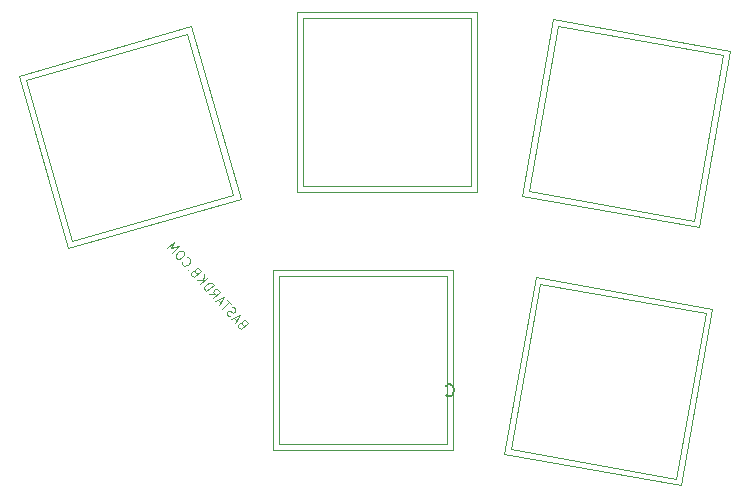
<source format=gbr>
%TF.GenerationSoftware,KiCad,Pcbnew,(6.99.0-4085-g6c752680d7)*%
%TF.CreationDate,2022-11-14T16:54:03+08:00*%
%TF.ProjectId,flex_thumbs_right,666c6578-5f74-4687-956d-62735f726967,rev?*%
%TF.SameCoordinates,Original*%
%TF.FileFunction,Legend,Bot*%
%TF.FilePolarity,Positive*%
%FSLAX46Y46*%
G04 Gerber Fmt 4.6, Leading zero omitted, Abs format (unit mm)*
G04 Created by KiCad (PCBNEW (6.99.0-4085-g6c752680d7)) date 2022-11-14 16:54:03*
%MOMM*%
%LPD*%
G01*
G04 APERTURE LIST*
G04 Aperture macros list*
%AMHorizOval*
0 Thick line with rounded ends*
0 $1 width*
0 $2 $3 position (X,Y) of the first rounded end (center of the circle)*
0 $4 $5 position (X,Y) of the second rounded end (center of the circle)*
0 Add line between two ends*
20,1,$1,$2,$3,$4,$5,0*
0 Add two circle primitives to create the rounded ends*
1,1,$1,$2,$3*
1,1,$1,$4,$5*%
%AMRotRect*
0 Rectangle, with rotation*
0 The origin of the aperture is its center*
0 $1 length*
0 $2 width*
0 $3 Rotation angle, in degrees counterclockwise*
0 Add horizontal line*
21,1,$1,$2,0,0,$3*%
G04 Aperture macros list end*
%ADD10C,0.120000*%
%ADD11C,0.150000*%
%ADD12C,1.900000*%
%ADD13C,1.750000*%
%ADD14HorizOval,1.000000X0.295442X-0.052094X-0.295442X0.052094X0*%
%ADD15C,1.550000*%
%ADD16C,5.050000*%
%ADD17C,1.250000*%
%ADD18O,1.600000X1.000000*%
%ADD19HorizOval,1.000000X0.288379X0.082691X-0.288379X-0.082691X0*%
%ADD20R,1.700000X1.700000*%
%ADD21O,1.700000X1.700000*%
%ADD22RotRect,1.700000X1.700000X169.000000*%
G04 APERTURE END LIST*
D10*
X81094542Y-96121629D02*
X80989760Y-96062189D01*
X80989760Y-96062189D02*
X80935959Y-96059370D01*
X80935959Y-96059370D02*
X80853847Y-96082041D01*
X80853847Y-96082041D02*
X80768917Y-96158513D01*
X80768917Y-96158513D02*
X80737787Y-96237805D01*
X80737787Y-96237805D02*
X80734967Y-96291606D01*
X80734967Y-96291606D02*
X80757638Y-96373717D01*
X80757638Y-96373717D02*
X80961564Y-96600199D01*
X80961564Y-96600199D02*
X81556080Y-96064895D01*
X81556080Y-96064895D02*
X81377645Y-95866723D01*
X81377645Y-95866723D02*
X81298353Y-95835593D01*
X81298353Y-95835593D02*
X81244552Y-95832773D01*
X81244552Y-95832773D02*
X81162441Y-95855444D01*
X81162441Y-95855444D02*
X81105820Y-95906426D01*
X81105820Y-95906426D02*
X81074690Y-95985717D01*
X81074690Y-95985717D02*
X81071871Y-96039518D01*
X81071871Y-96039518D02*
X81094542Y-96121629D01*
X81094542Y-96121629D02*
X81272977Y-96319801D01*
X80621612Y-95881049D02*
X80366705Y-95597947D01*
X80502731Y-96090614D02*
X80918812Y-95357138D01*
X80918812Y-95357138D02*
X80145862Y-95694270D01*
X80021228Y-95498918D02*
X79916446Y-95439478D01*
X79916446Y-95439478D02*
X79788992Y-95297926D01*
X79788992Y-95297926D02*
X79766321Y-95215815D01*
X79766321Y-95215815D02*
X79769141Y-95162014D01*
X79769141Y-95162014D02*
X79800271Y-95082723D01*
X79800271Y-95082723D02*
X79856891Y-95031741D01*
X79856891Y-95031741D02*
X79939002Y-95009070D01*
X79939002Y-95009070D02*
X79992803Y-95011890D01*
X79992803Y-95011890D02*
X80072095Y-95043020D01*
X80072095Y-95043020D02*
X80202368Y-95130770D01*
X80202368Y-95130770D02*
X80281660Y-95161900D01*
X80281660Y-95161900D02*
X80335461Y-95164719D01*
X80335461Y-95164719D02*
X80417572Y-95142048D01*
X80417572Y-95142048D02*
X80474192Y-95091067D01*
X80474192Y-95091067D02*
X80505322Y-95011775D01*
X80505322Y-95011775D02*
X80508142Y-94957974D01*
X80508142Y-94957974D02*
X80485471Y-94875863D01*
X80485471Y-94875863D02*
X80358017Y-94734312D01*
X80358017Y-94734312D02*
X80253235Y-94674872D01*
X80128601Y-94479519D02*
X79822713Y-94139796D01*
X79381141Y-94844962D02*
X79975657Y-94309657D01*
X79245114Y-94352294D02*
X78990207Y-94069191D01*
X79126234Y-94561859D02*
X79542315Y-93828382D01*
X79542315Y-93828382D02*
X78769364Y-94165515D01*
X78285041Y-93627620D02*
X78746579Y-93570885D01*
X78590930Y-93967343D02*
X79185445Y-93432039D01*
X79185445Y-93432039D02*
X78981520Y-93205556D01*
X78981520Y-93205556D02*
X78902228Y-93174427D01*
X78902228Y-93174427D02*
X78848427Y-93171607D01*
X78848427Y-93171607D02*
X78766316Y-93194278D01*
X78766316Y-93194278D02*
X78681385Y-93270750D01*
X78681385Y-93270750D02*
X78650255Y-93350042D01*
X78650255Y-93350042D02*
X78647436Y-93403843D01*
X78647436Y-93403843D02*
X78670107Y-93485954D01*
X78670107Y-93485954D02*
X78874032Y-93712436D01*
X78055625Y-93372827D02*
X78650141Y-92837523D01*
X78650141Y-92837523D02*
X78522688Y-92695971D01*
X78522688Y-92695971D02*
X78417905Y-92636531D01*
X78417905Y-92636531D02*
X78310303Y-92630892D01*
X78310303Y-92630892D02*
X78228192Y-92653563D01*
X78228192Y-92653563D02*
X78089460Y-92727216D01*
X78089460Y-92727216D02*
X78004529Y-92803688D01*
X78004529Y-92803688D02*
X77916779Y-92933961D01*
X77916779Y-92933961D02*
X77885649Y-93013252D01*
X77885649Y-93013252D02*
X77880010Y-93120854D01*
X77880010Y-93120854D02*
X77928172Y-93231276D01*
X77928172Y-93231276D02*
X78055625Y-93372827D01*
X77520321Y-92778311D02*
X78114837Y-92243007D01*
X77214432Y-92438588D02*
X77783572Y-92387492D01*
X77808948Y-91903284D02*
X77775113Y-92548895D01*
X77117994Y-91705226D02*
X77013212Y-91645786D01*
X77013212Y-91645786D02*
X76959411Y-91642966D01*
X76959411Y-91642966D02*
X76877300Y-91665637D01*
X76877300Y-91665637D02*
X76792369Y-91742110D01*
X76792369Y-91742110D02*
X76761239Y-91821401D01*
X76761239Y-91821401D02*
X76758420Y-91875202D01*
X76758420Y-91875202D02*
X76781091Y-91957313D01*
X76781091Y-91957313D02*
X76985016Y-92183796D01*
X76985016Y-92183796D02*
X77579532Y-91648491D01*
X77579532Y-91648491D02*
X77401097Y-91450319D01*
X77401097Y-91450319D02*
X77321806Y-91419189D01*
X77321806Y-91419189D02*
X77268005Y-91416370D01*
X77268005Y-91416370D02*
X77185893Y-91439041D01*
X77185893Y-91439041D02*
X77129273Y-91490022D01*
X77129273Y-91490022D02*
X77098143Y-91569314D01*
X77098143Y-91569314D02*
X77095323Y-91623115D01*
X77095323Y-91623115D02*
X77117994Y-91705226D01*
X77117994Y-91705226D02*
X77296429Y-91903398D01*
X76506332Y-91538298D02*
X76452531Y-91535479D01*
X76452531Y-91535479D02*
X76449712Y-91589280D01*
X76449712Y-91589280D02*
X76503513Y-91592099D01*
X76503513Y-91592099D02*
X76506332Y-91538298D01*
X76506332Y-91538298D02*
X76449712Y-91589280D01*
X75945537Y-90915473D02*
X75942718Y-90969273D01*
X75942718Y-90969273D02*
X75990880Y-91079695D01*
X75990880Y-91079695D02*
X76041861Y-91136316D01*
X76041861Y-91136316D02*
X76146643Y-91195756D01*
X76146643Y-91195756D02*
X76254245Y-91201395D01*
X76254245Y-91201395D02*
X76336356Y-91178724D01*
X76336356Y-91178724D02*
X76475088Y-91105071D01*
X76475088Y-91105071D02*
X76560019Y-91028599D01*
X76560019Y-91028599D02*
X76647770Y-90898326D01*
X76647770Y-90898326D02*
X76678899Y-90819035D01*
X76678899Y-90819035D02*
X76684539Y-90711433D01*
X76684539Y-90711433D02*
X76636377Y-90601011D01*
X76636377Y-90601011D02*
X76585395Y-90544391D01*
X76585395Y-90544391D02*
X76480613Y-90484950D01*
X76480613Y-90484950D02*
X76426812Y-90482131D01*
X76152054Y-90063116D02*
X76050091Y-89949875D01*
X76050091Y-89949875D02*
X75970799Y-89918745D01*
X75970799Y-89918745D02*
X75863197Y-89913106D01*
X75863197Y-89913106D02*
X75724466Y-89986758D01*
X75724466Y-89986758D02*
X75526294Y-90165193D01*
X75526294Y-90165193D02*
X75438543Y-90295466D01*
X75438543Y-90295466D02*
X75432904Y-90403068D01*
X75432904Y-90403068D02*
X75455575Y-90485179D01*
X75455575Y-90485179D02*
X75557538Y-90598420D01*
X75557538Y-90598420D02*
X75636829Y-90629550D01*
X75636829Y-90629550D02*
X75744431Y-90635189D01*
X75744431Y-90635189D02*
X75883163Y-90561537D01*
X75883163Y-90561537D02*
X76081335Y-90383102D01*
X76081335Y-90383102D02*
X76169086Y-90252829D01*
X76169086Y-90252829D02*
X76174725Y-90145227D01*
X76174725Y-90145227D02*
X76152054Y-90063116D01*
X75098706Y-90088835D02*
X75693221Y-89553531D01*
X75693221Y-89553531D02*
X75090132Y-89737719D01*
X75090132Y-89737719D02*
X75336352Y-89157187D01*
X75336352Y-89157187D02*
X74741836Y-89692492D01*
D11*
X98370582Y-102151836D02*
X98418201Y-102199455D01*
X98418201Y-102199455D02*
X98561058Y-102247074D01*
X98561058Y-102247074D02*
X98656296Y-102247074D01*
X98656296Y-102247074D02*
X98799153Y-102199455D01*
X98799153Y-102199455D02*
X98894391Y-102104217D01*
X98894391Y-102104217D02*
X98942010Y-102008979D01*
X98942010Y-102008979D02*
X98989629Y-101818503D01*
X98989629Y-101818503D02*
X98989629Y-101675646D01*
X98989629Y-101675646D02*
X98942010Y-101485170D01*
X98942010Y-101485170D02*
X98894391Y-101389932D01*
X98894391Y-101389932D02*
X98799153Y-101294694D01*
X98799153Y-101294694D02*
X98656296Y-101247074D01*
X98656296Y-101247074D02*
X98561058Y-101247074D01*
X98561058Y-101247074D02*
X98418201Y-101294694D01*
X98418201Y-101294694D02*
X98370582Y-101342313D01*
D10*
%TO.C,SW9*%
X105915705Y-92192625D02*
X120884783Y-94832077D01*
X103276253Y-107161703D02*
X105915705Y-92192625D01*
X106321285Y-92771853D02*
X120305555Y-95237657D01*
X103855481Y-106756123D02*
X106321285Y-92771853D01*
X120305555Y-95237657D02*
X117839751Y-109221927D01*
X117839751Y-109221927D02*
X103855481Y-106756123D01*
X120884783Y-94832077D02*
X118245331Y-109801155D01*
X118245331Y-109801155D02*
X103276253Y-107161703D01*
%TO.C,SW19*%
X85735313Y-69724091D02*
X100935313Y-69724091D01*
X85735313Y-84924091D02*
X85735313Y-69724091D01*
X86235313Y-70224091D02*
X100435313Y-70224091D01*
X86235313Y-84424091D02*
X86235313Y-70224091D01*
X100435313Y-70224091D02*
X100435313Y-84424091D01*
X100435313Y-84424091D02*
X86235313Y-84424091D01*
X100935313Y-69724091D02*
X100935313Y-84924091D01*
X100935313Y-84924091D02*
X85735313Y-84924091D01*
%TO.C,SW14*%
X62141677Y-75110540D02*
X76752855Y-70920852D01*
X66331365Y-89721718D02*
X62141677Y-75110540D01*
X62760127Y-75453352D02*
X76410043Y-71539302D01*
X66674177Y-89103268D02*
X62760127Y-75453352D01*
X76410043Y-71539302D02*
X80324093Y-85189218D01*
X80324093Y-85189218D02*
X66674177Y-89103268D01*
X76752855Y-70920852D02*
X80942543Y-85532030D01*
X80942543Y-85532030D02*
X66331365Y-89721718D01*
%TO.C,SW1*%
X83703303Y-91568090D02*
X98903303Y-91568090D01*
X83703303Y-106768090D02*
X83703303Y-91568090D01*
X84203303Y-92068090D02*
X98403303Y-92068090D01*
X84203303Y-106268090D02*
X84203303Y-92068090D01*
X98403303Y-92068090D02*
X98403303Y-106268090D01*
X98403303Y-106268090D02*
X84203303Y-106268090D01*
X98903303Y-91568090D02*
X98903303Y-106768090D01*
X98903303Y-106768090D02*
X83703303Y-106768090D01*
%TO.C,SW5*%
X107388901Y-70348620D02*
X122357979Y-72988072D01*
X104749449Y-85317698D02*
X107388901Y-70348620D01*
X107794481Y-70927848D02*
X121778751Y-73393652D01*
X105328677Y-84912118D02*
X107794481Y-70927848D01*
X121778751Y-73393652D02*
X119312947Y-87377922D01*
X119312947Y-87377922D02*
X105328677Y-84912118D01*
X122357979Y-72988072D02*
X119718527Y-87957150D01*
X119718527Y-87957150D02*
X104749449Y-85317698D01*
%TD*%
%LPC*%
D12*
%TO.C,SW9*%
X106664075Y-100041825D03*
D13*
X107077695Y-100114757D03*
D14*
X108050766Y-95056888D03*
D15*
X107887334Y-102836702D03*
X108521541Y-106208049D03*
D16*
X112080518Y-100996890D03*
D17*
X111055994Y-106807256D03*
D15*
X113699797Y-106440780D03*
X115597526Y-106389538D03*
D17*
X116344694Y-105607400D03*
D13*
X117083341Y-101879023D03*
D12*
X117496961Y-101951955D03*
%TD*%
%TO.C,SW19*%
X87835313Y-77324091D03*
D13*
X88255313Y-77324091D03*
D18*
X88335312Y-72174090D03*
D15*
X89525313Y-79864091D03*
X90735313Y-83074091D03*
D16*
X93335313Y-77324091D03*
D17*
X93335313Y-83224091D03*
D15*
X95875313Y-82404091D03*
X97735313Y-82024091D03*
D17*
X98335313Y-81124091D03*
D13*
X98415313Y-77324091D03*
D12*
X98835313Y-77324091D03*
%TD*%
%TO.C,SW14*%
X66255171Y-81837290D03*
D13*
X66658901Y-81721523D03*
D19*
X65316268Y-76748973D03*
D15*
X68579822Y-83813068D03*
X70627744Y-86565197D03*
D16*
X71542110Y-80321285D03*
D17*
X73168370Y-85992729D03*
D15*
X75383952Y-84504376D03*
X77067157Y-83626411D03*
D17*
X77395840Y-82595893D03*
D13*
X76425319Y-78921047D03*
D12*
X76829049Y-78805280D03*
%TD*%
D20*
%TO.C,J1*%
X103190504Y-71126487D03*
D21*
X103190504Y-73666487D03*
X103190504Y-76206487D03*
X103190504Y-78746487D03*
X103190504Y-81286487D03*
X103190504Y-83826487D03*
%TD*%
D12*
%TO.C,SW1*%
X85803303Y-99168090D03*
D13*
X86223303Y-99168090D03*
D18*
X86303302Y-94018089D03*
D15*
X87493303Y-101708090D03*
X88703303Y-104918090D03*
D16*
X91303303Y-99168090D03*
D17*
X91303303Y-105068090D03*
D15*
X93843303Y-104248090D03*
X95703303Y-103868090D03*
D17*
X96303303Y-102968090D03*
D13*
X96383303Y-99168090D03*
D12*
X96803303Y-99168090D03*
%TD*%
%TO.C,SW5*%
X108137271Y-78197820D03*
D13*
X108550891Y-78270752D03*
D14*
X109523962Y-73212883D03*
D15*
X109360530Y-80992697D03*
X109994737Y-84364044D03*
D16*
X113553714Y-79152885D03*
D17*
X112529190Y-84963251D03*
D15*
X115172993Y-84596775D03*
X117070722Y-84545533D03*
D17*
X117817890Y-83763395D03*
D13*
X118556537Y-80035018D03*
D12*
X118970157Y-80107950D03*
%TD*%
D20*
%TO.C,J2*%
X101210124Y-100309689D03*
D21*
X101210124Y-102849689D03*
X101210124Y-105389689D03*
%TD*%
D22*
%TO.C,J3*%
X119520923Y-77351807D03*
%TD*%
M02*

</source>
